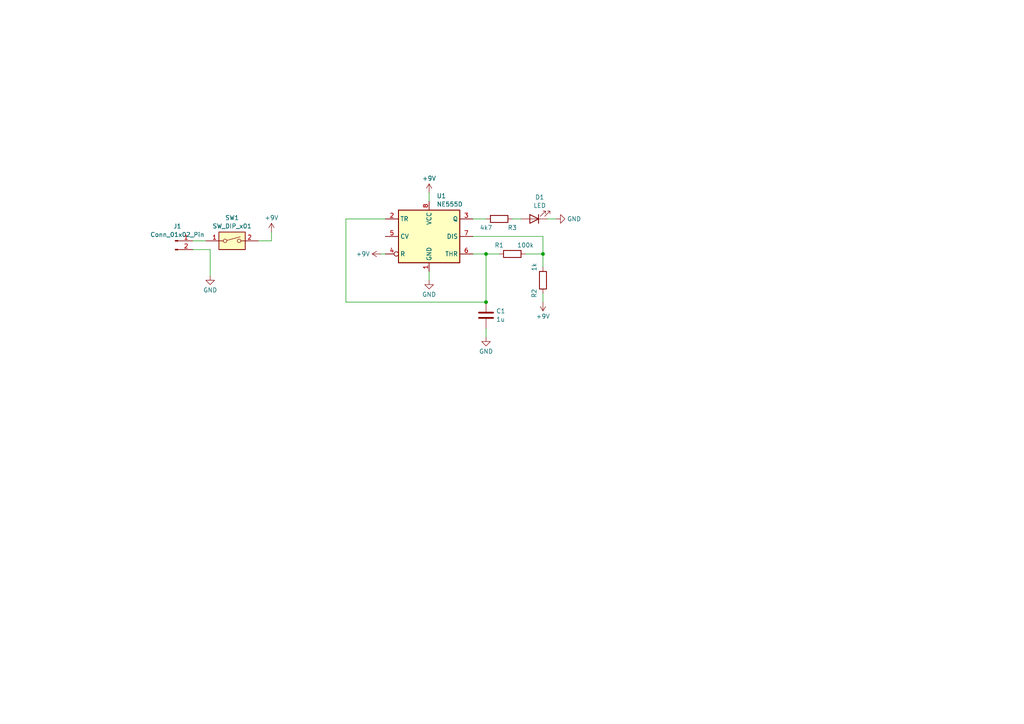
<source format=kicad_sch>
(kicad_sch (version 20230121) (generator eeschema)
  (paper "A4")
  (lib_symbols
    (symbol "Connector:Conn_01x02_Pin" (pin_names (offset 1.016) hide)
      (property "Reference" "J" (at 0 2.54 0))
      (property "Value" "Conn_01x02_Pin" (at 0 -5.08 0))
      (symbol "Conn_01x02_Pin_1_1"
        (polyline (pts (xy 1.27 -2.54) (xy 0.8636 -2.54)) (stroke (width 0.1524)))
        (polyline (pts (xy 1.27 0) (xy 0.8636 0)) (stroke (width 0.1524)))
        (rectangle (start 0.8636 -2.413) (end 0 -2.667) (stroke (width 0.1524)) (fill (type outline)))
        (rectangle (start 0.8636 0.127) (end 0 -0.127) (stroke (width 0.1524)) (fill (type outline)))
        (pin passive line (at 5.08 0 180) (length 3.81) (name "Pin_1") (number "1"))
        (pin passive line (at 5.08 -2.54 180) (length 3.81) (name "Pin_2") (number "2"))
      )
    )
    (symbol "Device:C" (pin_numbers hide) (pin_names (offset 0.254))
      (property "Reference" "C" (at 0.635 2.54 0))
      (property "Value" "C" (at 0.635 -2.54 0))
      (symbol "C_0_1"
        (polyline (pts (xy -2.032 -0.762) (xy 2.032 -0.762)) (stroke (width 0.508)))
        (polyline (pts (xy -2.032 0.762) (xy 2.032 0.762)) (stroke (width 0.508)))
      )
      (symbol "C_1_1"
        (pin passive line (at 0 3.81 270) (length 2.794) (name "~") (number "1"))
        (pin passive line (at 0 -3.81 90) (length 2.794) (name "~") (number "2"))
      )
    )
    (symbol "Device:LED" (pin_numbers hide) (pin_names (offset 1.016) hide)
      (property "Reference" "D" (at 0 2.54 0))
      (property "Value" "LED" (at 0 -2.54 0))
      (symbol "LED_0_1"
        (polyline (pts (xy -1.27 -1.27) (xy -1.27 1.27)) (stroke (width 0.254)))
        (polyline (pts (xy -1.27 0) (xy 1.27 0)))
        (polyline (pts (xy 1.27 -1.27) (xy 1.27 1.27) (xy -1.27 0) (xy 1.27 -1.27)) (stroke (width 0.254)))
        (polyline (pts (xy -3.048 -0.762) (xy -4.572 -2.286) (xy -3.81 -2.286) (xy -4.572 -2.286) (xy -4.572 -1.524)))
        (polyline (pts (xy -1.778 -0.762) (xy -3.302 -2.286) (xy -2.54 -2.286) (xy -3.302 -2.286) (xy -3.302 -1.524)))
      )
      (symbol "LED_1_1"
        (pin passive line (at -3.81 0 0) (length 2.54) (name "K") (number "1"))
        (pin passive line (at 3.81 0 180) (length 2.54) (name "A") (number "2"))
      )
    )
    (symbol "Device:R" (pin_numbers hide) (pin_names (offset 0))
      (property "Reference" "R" (at 2.032 0 90))
      (property "Value" "R" (at 0 0 90))
      (symbol "R_0_1"
        (rectangle (start -1.016 -2.54) (end 1.016 2.54) (stroke (width 0.254)))
      )
      (symbol "R_1_1"
        (pin passive line (at 0 3.81 270) (length 1.27) (name "~") (number "1"))
        (pin passive line (at 0 -3.81 90) (length 1.27) (name "~") (number "2"))
      )
    )
    (symbol "Switch:SW_DIP_x01" (pin_names (offset 0) hide)
      (property "Reference" "SW" (at 0 3.81 0))
      (property "Value" "SW_DIP_x01" (at 0 -3.81 0))
      (symbol "SW_DIP_x01_0_0"
        (circle (center -2.032 0) (radius 0.508))
        (polyline (pts (xy -1.524 0.127) (xy 2.3622 1.1684)))
        (circle (center 2.032 0) (radius 0.508))
      )
      (symbol "SW_DIP_x01_0_1"
        (rectangle (start -3.81 2.54) (end 3.81 -2.54) (stroke (width 0.254)) (fill (type background)))
      )
      (symbol "SW_DIP_x01_1_1"
        (pin passive line (at -7.62 0 0) (length 5.08) (name "~") (number "1"))
        (pin passive line (at 7.62 0 180) (length 5.08) (name "~") (number "2"))
      )
    )
    (symbol "Timer:NE555D"
      (property "Reference" "U" (at -10.16 8.89 0))
      (property "Value" "NE555D" (at 2.54 8.89 0))
      (symbol "NE555D_0_0"
        (pin power_in line (at 0 -10.16 90) (length 2.54) (name "GND") (number "1"))
        (pin power_in line (at 0 10.16 270) (length 2.54) (name "VCC") (number "8"))
      )
      (symbol "NE555D_0_1"
        (rectangle (start -8.89 -7.62) (end 8.89 7.62) (stroke (width 0.254)) (fill (type background)))
        (rectangle (start -8.89 -7.62) (end 8.89 7.62) (stroke (width 0.254)) (fill (type background)))
      )
      (symbol "NE555D_1_1"
        (pin input line (at -12.7 5.08 0) (length 3.81) (name "TR") (number "2"))
        (pin output line (at 12.7 5.08 180) (length 3.81) (name "Q") (number "3"))
        (pin input inverted (at -12.7 -5.08 0) (length 3.81) (name "R") (number "4"))
        (pin input line (at -12.7 0 0) (length 3.81) (name "CV") (number "5"))
        (pin input line (at 12.7 -5.08 180) (length 3.81) (name "THR") (number "6"))
        (pin input line (at 12.7 0 180) (length 3.81) (name "DIS") (number "7"))
      )
    )
    (symbol "power:+9V" (power) (pin_names (offset 0))
      (property "Value" "+9V" (at 0 3.556 0))
      (symbol "+9V_0_1"
        (polyline (pts (xy -0.762 1.27) (xy 0 2.54)))
        (polyline (pts (xy 0 0) (xy 0 2.54)))
        (polyline (pts (xy 0 2.54) (xy 0.762 1.27)))
      )
      (symbol "+9V_1_1"
        (pin power_in line (at 0 0 90) (length 0) hide (name "+9V") (number "1"))
      )
    )
    (symbol "power:GND" (power) (pin_names (offset 0))
      (property "Value" "GND" (at 0 -3.81 0))
      (symbol "GND_0_1"
        (polyline (pts (xy 0 0) (xy 0 -1.27) (xy 1.27 -1.27) (xy 0 -2.54) (xy -1.27 -1.27) (xy 0 -1.27)))
      )
      (symbol "GND_1_1"
        (pin power_in line (at 0 0 270) (length 0) hide (name "GND") (number "1"))
      )
    )
  )
  (junction (at 157.48 73.66))
  (junction (at 140.97 73.66))
  (junction (at 140.97 87.63))
  (wire (pts (xy 78.74 69.85) (xy 78.74 67.31)))
  (wire (pts (xy 60.96 72.39) (xy 60.96 80.01)))
  (wire (pts (xy 137.16 68.58) (xy 157.48 68.58)))
  (wire (pts (xy 137.16 63.5) (xy 140.97 63.5)))
  (wire (pts (xy 140.97 73.66) (xy 137.16 73.66)))
  (wire (pts (xy 124.46 55.88) (xy 124.46 58.42)))
  (wire (pts (xy 161.29 63.5) (xy 158.75 63.5)))
  (wire (pts (xy 157.48 73.66) (xy 157.48 77.47)))
  (wire (pts (xy 100.33 87.63) (xy 140.97 87.63)))
  (wire (pts (xy 151.13 63.5) (xy 148.59 63.5)))
  (wire (pts (xy 124.46 78.74) (xy 124.46 81.28)))
  (wire (pts (xy 140.97 73.66) (xy 144.78 73.66)))
  (wire (pts (xy 140.97 95.25) (xy 140.97 97.79)))
  (wire (pts (xy 78.74 69.85) (xy 74.93 69.85)))
  (wire (pts (xy 100.33 63.5) (xy 100.33 87.63)))
  (wire (pts (xy 59.69 69.85) (xy 55.88 69.85)))
  (wire (pts (xy 152.4 73.66) (xy 157.48 73.66)))
  (wire (pts (xy 140.97 87.63) (xy 140.97 73.66)))
  (wire (pts (xy 157.48 87.63) (xy 157.48 85.09)))
  (wire (pts (xy 55.88 72.39) (xy 60.96 72.39)))
  (wire (pts (xy 157.48 68.58) (xy 157.48 73.66)))
  (wire (pts (xy 111.76 63.5) (xy 100.33 63.5)))
  (wire (pts (xy 110.49 73.66) (xy 111.76 73.66)))
  (symbol (lib_id "power:+9V") (at 110.49 73.66 90) (unit 1)
    (property "Reference" "#PWR04" (effects hide))
    (property "Value" "+9V" (at 107.3151 73.66 90) (effects (justify left)))
  )
  (symbol (lib_id "power:GND") (at 60.96 80.01 0) (unit 1)
    (property "Reference" "#PWR01" (effects hide))
    (property "Value" "GND" (at 60.96 84.1431 0))
  )
  (symbol (lib_id "power:GND") (at 140.97 97.79 0) (unit 1)
    (property "Reference" "#PWR08" (effects hide))
    (property "Value" "GND" (at 140.97 101.9231 0))
  )
  (symbol (lib_id "Device:LED") (at 154.94 63.5 180) (unit 1)
    (property "Reference" "D1" (at 156.5275 57.1967 0))
    (property "Value" "LED" (at 156.5275 59.6209 0))
    (property "Footprint" "LED_THT:LED_D4.0mm" (effects hide))
  )
  (symbol (lib_id "power:+9V") (at 124.46 55.88 0) (unit 1)
    (property "Reference" "#PWR05" (effects hide))
    (property "Value" "+9V" (at 124.46 51.7469 0))
  )
  (symbol (lib_id "power:GND") (at 124.46 81.28 0) (unit 1)
    (property "Reference" "#PWR02" (effects hide))
    (property "Value" "GND" (at 124.46 85.4131 0))
  )
  (symbol (lib_id "power:+9V") (at 78.74 67.31 0) (unit 1)
    (property "Reference" "#PWR03" (effects hide))
    (property "Value" "+9V" (at 78.74 63.1769 0))
  )
  (symbol (lib_id "Switch:SW_DIP_x01") (at 67.31 69.85 0) (unit 1)
    (property "Reference" "SW1" (at 67.31 63.1657 0))
    (property "Value" "SW_DIP_x01" (at 67.31 65.5899 0))
    (property "Footprint" "Button_Switch_SMD:SW_DIP_SPSTx01_Slide_9.78x4.72mm_W8.61mm_P2.54mm" (effects hide))
  )
  (symbol (lib_id "Device:R") (at 148.59 73.66 90) (unit 1)
    (property "Reference" "R1" (at 144.78 71.12 90))
    (property "Value" "100k" (at 152.4 71.12 90))
    (property "Footprint" "Resistor_SMD:R_0805_2012Metric_Pad1.20x1.40mm_HandSolder" (effects hide))
  )
  (symbol (lib_id "Device:R") (at 157.48 81.28 180) (unit 1)
    (property "Reference" "R2" (at 154.94 85.09 90))
    (property "Value" "1k" (at 154.94 77.47 90))
    (property "Footprint" "Resistor_SMD:R_0805_2012Metric_Pad1.20x1.40mm_HandSolder" (effects hide))
  )
  (symbol (lib_id "Device:R") (at 144.78 63.5 270) (unit 1)
    (property "Reference" "R3" (at 148.59 66.04 90))
    (property "Value" "4k7" (at 140.97 66.04 90))
    (property "Footprint" "Resistor_SMD:R_0805_2012Metric_Pad1.20x1.40mm_HandSolder" (effects hide))
  )
  (symbol (lib_id "Timer:NE555D") (at 124.46 68.58 0) (unit 1)
    (property "Reference" "U1" (at 126.6541 56.8157 0) (effects (justify left)))
    (property "Value" "NE555D" (at 126.6541 59.2399 0) (effects (justify left)))
    (property "Footprint" "Package_SO:SOIC-8_3.9x4.9mm_P1.27mm" (effects hide))
    (property "Datasheet" "http://www.ti.com/lit/ds/symlink/ne555.pdf" (effects hide))
  )
  (symbol (lib_id "power:GND") (at 161.29 63.5 90) (unit 1)
    (property "Reference" "#PWR07" (effects hide))
    (property "Value" "GND" (at 164.465 63.5 90) (effects (justify right)))
  )
  (symbol (lib_id "Device:C") (at 140.97 91.44 0) (unit 1)
    (property "Reference" "C1" (at 143.891 90.2279 0) (effects (justify left)))
    (property "Value" "1u" (at 143.891 92.6521 0) (effects (justify left)))
    (property "Footprint" "Capacitor_SMD:C_0805_2012Metric_Pad1.18x1.45mm_HandSolder" (effects hide))
  )
  (symbol (lib_id "power:+9V") (at 157.48 87.63 180) (unit 1)
    (property "Reference" "#PWR06" (effects hide))
    (property "Value" "+9V" (at 157.48 91.7631 0))
  )
  (symbol (lib_id "Connector:Conn_01x02_Pin") (at 50.8 69.85 0) (unit 1)
    (property "Reference" "J1" (at 51.435 65.6295 0))
    (property "Value" "Conn_01x02_Pin" (at 51.435 68.0537 0))
    (property "Footprint" "Connector_PinSocket_2.54mm:PinSocket_1x02_P2.54mm_Vertical" (effects hide))
  )
)
</source>
